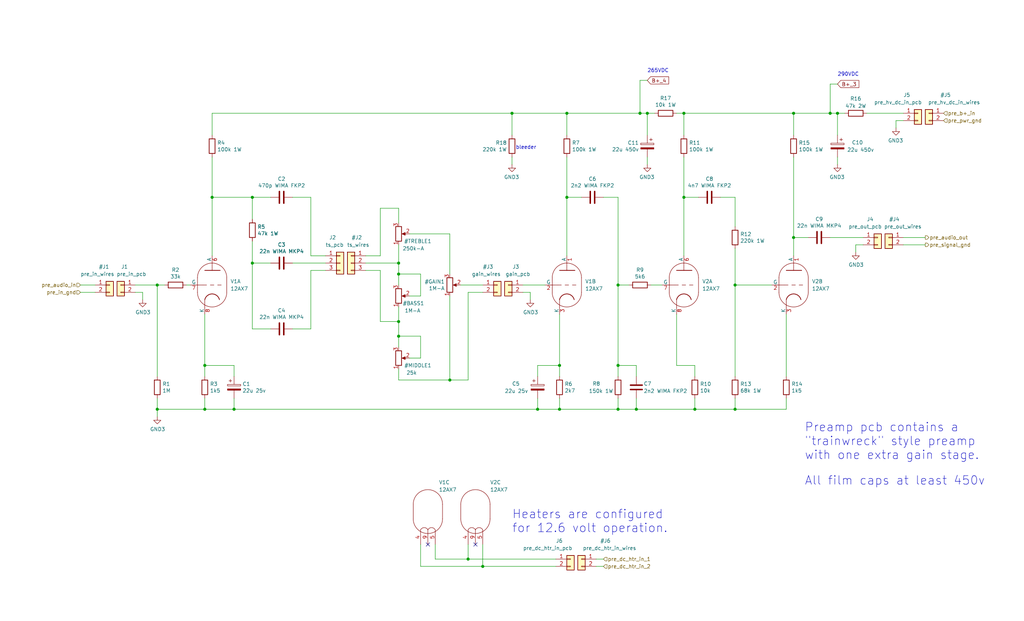
<source format=kicad_sch>
(kicad_sch (version 20211123) (generator eeschema)
  (paper "USLegal")
  (title_block (title "It is the Champion") (date "2022-07-16") (rev "0.1") (comment 1 "creativecommons.org/licenses/by/4.0/") (comment 2 "License: CC by 4.0") (comment 3 "Author: Jordan Aceto"))
  (lib_symbols
    (symbol "Connector_Generic:Conn_01x02" (pin_names (offset 1.016) hide)
      (property "Reference" "J" (at 0 2.54 0))
      (property "Value" "Conn_01x02" (at 0 -5.08 0))
      (symbol "Conn_01x02_1_1"
        (rectangle (start -1.27 -2.413) (end 0 -2.667) (stroke (width 0.1524)))
        (rectangle (start -1.27 0.127) (end 0 -0.127) (stroke (width 0.1524)))
        (rectangle (start -1.27 1.27) (end 1.27 -3.81) (stroke (width 0.254)) (fill (type background)))
        (pin passive line (at -5.08 0 0) (length 3.81) (name "Pin_1") (number "1"))
        (pin passive line (at -5.08 -2.54 0) (length 3.81) (name "Pin_2") (number "2"))
      )
    )
    (symbol "Connector_Generic:Conn_01x03" (pin_names (offset 1.016) hide)
      (property "Reference" "J" (at 0 5.08 0))
      (property "Value" "Conn_01x03" (at 0 -5.08 0))
      (symbol "Conn_01x03_1_1"
        (rectangle (start -1.27 -2.413) (end 0 -2.667) (stroke (width 0.1524)))
        (rectangle (start -1.27 0.127) (end 0 -0.127) (stroke (width 0.1524)))
        (rectangle (start -1.27 2.667) (end 0 2.413) (stroke (width 0.1524)))
        (rectangle (start -1.27 3.81) (end 1.27 -3.81) (stroke (width 0.254)) (fill (type background)))
        (pin passive line (at -5.08 2.54 0) (length 3.81) (name "Pin_1") (number "1"))
        (pin passive line (at -5.08 0 0) (length 3.81) (name "Pin_2") (number "2"))
        (pin passive line (at -5.08 -2.54 0) (length 3.81) (name "Pin_3") (number "3"))
      )
    )
    (symbol "Device:C" (pin_numbers hide) (pin_names (offset 0.254))
      (property "Reference" "C" (at 0.635 2.54 0))
      (property "Value" "C" (at 0.635 -2.54 0))
      (symbol "C_0_1"
        (polyline (pts (xy -2.032 -0.762) (xy 2.032 -0.762)) (stroke (width 0.508)))
        (polyline (pts (xy -2.032 0.762) (xy 2.032 0.762)) (stroke (width 0.508)))
      )
      (symbol "C_1_1"
        (pin passive line (at 0 3.81 270) (length 2.794) (name "~") (number "1"))
        (pin passive line (at 0 -3.81 90) (length 2.794) (name "~") (number "2"))
      )
    )
    (symbol "Device:C_Polarized" (pin_numbers hide) (pin_names (offset 0.254))
      (property "Reference" "C" (at 0.635 2.54 0))
      (property "Value" "C_Polarized" (at 0.635 -2.54 0))
      (symbol "C_Polarized_0_1"
        (rectangle (start -2.286 0.508) (end 2.286 1.016))
        (polyline (pts (xy -1.778 2.286) (xy -0.762 2.286)))
        (polyline (pts (xy -1.27 2.794) (xy -1.27 1.778)))
        (rectangle (start 2.286 -0.508) (end -2.286 -1.016) (fill (type outline)))
      )
      (symbol "C_Polarized_1_1"
        (pin passive line (at 0 3.81 270) (length 2.794) (name "~") (number "1"))
        (pin passive line (at 0 -3.81 90) (length 2.794) (name "~") (number "2"))
      )
    )
    (symbol "Device:R" (pin_numbers hide) (pin_names (offset 0))
      (property "Reference" "R" (at 2.032 0 90))
      (property "Value" "R" (at 0 0 90))
      (symbol "R_0_1"
        (rectangle (start -1.016 -2.54) (end 1.016 2.54) (stroke (width 0.254)))
      )
      (symbol "R_1_1"
        (pin passive line (at 0 3.81 270) (length 1.27) (name "~") (number "1"))
        (pin passive line (at 0 -3.81 90) (length 1.27) (name "~") (number "2"))
      )
    )
    (symbol "Device:R_Potentiometer" (pin_names (offset 1.016) hide)
      (property "Reference" "RV" (at -4.445 0 90))
      (property "Value" "R_Potentiometer" (at -2.54 0 90))
      (symbol "R_Potentiometer_0_1"
        (polyline (pts (xy 2.54 0) (xy 1.524 0)))
        (polyline (pts (xy 1.143 0) (xy 2.286 0.508) (xy 2.286 -0.508) (xy 1.143 0)) (fill (type outline)))
        (rectangle (start 1.016 2.54) (end -1.016 -2.54) (stroke (width 0.254)))
      )
      (symbol "R_Potentiometer_1_1"
        (pin passive line (at 0 3.81 270) (length 1.27) (name "1") (number "1"))
        (pin passive line (at 3.81 0 180) (length 1.27) (name "2") (number "2"))
        (pin passive line (at 0 -3.81 90) (length 1.27) (name "3") (number "3"))
      )
    )
    (symbol "custom_symbols:12AX7" (pin_names (offset 0))
      (property "Reference" "V" (at 3.302 7.874 0))
      (property "Value" "12AX7" (at 8.89 -7.62 0))
      (symbol "12AX7_0_1"
        (arc (start -5.08 -2.54) (mid 0 -7.62) (end 5.08 -2.54))
        (polyline (pts (xy 5.08 2.54) (xy 5.08 -2.54)))
        (polyline (pts (xy -5.08 2.54) (xy -5.08 -2.54) (xy -5.08 -2.54)))
        (arc (start 5.08 2.54) (mid 0 7.62) (end -5.08 2.54))
      )
      (symbol "12AX7_1_0"
        (polyline (pts (xy -2.54 -5.08) (xy -2.54 -7.62)))
        (polyline (pts (xy 0 5.08) (xy 0 7.62)))
      )
      (symbol "12AX7_1_1"
        (polyline (pts (xy -5.08 0) (xy -3.175 0)))
        (polyline (pts (xy -1.905 0) (xy -3.175 0)) (stroke (width 0.1524)))
        (polyline (pts (xy -0.635 0) (xy 0.635 0)) (stroke (width 0.1524)))
        (polyline (pts (xy 1.905 0) (xy 3.175 0)) (stroke (width 0.1524)))
        (polyline (pts (xy -2.54 5.08) (xy 2.794 5.08) (xy 2.794 5.08)) (stroke (width 0.254)))
        (arc (start 2.54 -5.08) (mid 0 -3.0968) (end -2.54 -5.08) (stroke (width 0.254)))
        (pin output line (at 0 10.16 270) (length 2.54) (name "A") (number "6"))
        (pin input line (at -7.62 0 0) (length 2.54) (name "G") (number "7"))
        (pin bidirectional line (at -2.54 -10.16 90) (length 2.54) (name "K") (number "8"))
      )
      (symbol "12AX7_2_0"
        (polyline (pts (xy -2.54 -5.08) (xy -2.54 -7.62)))
        (polyline (pts (xy 0 5.08) (xy 0 7.62)))
      )
      (symbol "12AX7_2_1"
        (polyline (pts (xy -5.08 0) (xy -3.175 0)))
        (polyline (pts (xy -1.905 0) (xy -3.175 0)) (stroke (width 0.1524)))
        (polyline (pts (xy -0.635 0) (xy 0.635 0)) (stroke (width 0.1524)))
        (polyline (pts (xy 1.905 0) (xy 3.175 0)) (stroke (width 0.1524)))
        (polyline (pts (xy -2.54 5.08) (xy 2.794 5.08) (xy 2.794 5.08)) (stroke (width 0.254)))
        (arc (start 2.54 -5.08) (mid 0 -3.0968) (end -2.54 -5.08) (stroke (width 0.254)))
        (pin output line (at 0 10.16 270) (length 2.54) (name "A") (number "1"))
        (pin input line (at -7.62 0 0) (length 2.54) (name "G") (number "2"))
        (pin bidirectional line (at -2.54 -10.16 90) (length 2.54) (name "K") (number "3"))
      )
      (symbol "12AX7_3_1"
        (arc (start 0 -6.35) (mid -1.27 -5.5651) (end -2.54 -6.35))
        (arc (start 2.54 -6.35) (mid 1.27 -5.5651) (end 0 -6.35))
        (pin power_in line (at -2.54 -11.43 90) (length 5.08) (name "~") (number "4"))
        (pin power_in line (at 2.54 -11.43 90) (length 5.08) (name "~") (number "5"))
        (pin power_in line (at 0 -11.43 90) (length 5.08) (name "~") (number "9"))
      )
    )
    (symbol "power:GND3" (power) (pin_names (offset 0))
      (property "Value" "GND3" (at 0 -3.81 0))
      (symbol "GND3_0_1"
        (polyline (pts (xy 0 0) (xy 0 -1.27) (xy 1.27 -1.27) (xy 0 -2.54) (xy -1.27 -1.27) (xy 0 -1.27)))
      )
      (symbol "GND3_1_1"
        (pin power_in line (at 0 0 270) (length 0) hide (name "GND3") (number "1"))
      )
    )
  )
  (junction (at 73.66 68.58))
  (junction (at 167.64 196.85))
  (junction (at 156.21 132.08))
  (junction (at 54.61 99.06))
  (junction (at 275.59 82.55))
  (junction (at 81.28 142.24))
  (junction (at 255.27 142.24))
  (junction (at 196.85 39.37))
  (junction (at 237.49 68.58))
  (junction (at 177.8 39.37))
  (junction (at 138.43 111.76))
  (junction (at 222.25 39.37))
  (junction (at 138.43 95.25))
  (junction (at 186.69 142.24))
  (junction (at 71.12 142.24))
  (junction (at 214.63 142.24))
  (junction (at 87.63 91.44))
  (junction (at 224.79 39.37))
  (junction (at 237.49 39.37))
  (junction (at 288.29 39.37))
  (junction (at 54.61 142.24))
  (junction (at 290.83 39.37))
  (junction (at 220.98 142.24))
  (junction (at 275.59 39.37))
  (junction (at 162.56 194.31))
  (junction (at 71.12 127))
  (junction (at 196.85 68.58))
  (junction (at 194.31 142.24))
  (junction (at 138.43 91.44))
  (junction (at 214.63 99.06))
  (junction (at 255.27 99.06))
  (junction (at 194.31 127))
  (junction (at 214.63 127))
  (junction (at 87.63 68.58))
  (junction (at 241.3 142.24))
  (junction (at 138.43 116.84))
  (no_connect (at 148.59 189.23))
  (no_connect (at 165.1 189.23))
  (wire (pts (xy 107.95 68.58) (xy 101.6 68.58)))
  (wire (pts (xy 220.98 142.24) (xy 241.3 142.24)))
  (wire (pts (xy 207.01 196.85) (xy 209.55 196.85)))
  (wire (pts (xy 273.05 130.81) (xy 273.05 109.22)))
  (wire (pts (xy 146.05 124.46) (xy 146.05 116.84)))
  (wire (pts (xy 146.05 196.85) (xy 167.64 196.85)))
  (wire (pts (xy 73.66 39.37) (xy 73.66 46.99)))
  (wire (pts (xy 297.18 85.09) (xy 297.18 87.63)))
  (wire (pts (xy 71.12 142.24) (xy 81.28 142.24)))
  (wire (pts (xy 162.56 189.23) (xy 162.56 194.31)))
  (wire (pts (xy 214.63 99.06) (xy 214.63 68.58)))
  (wire (pts (xy 234.95 39.37) (xy 237.49 39.37)))
  (wire (pts (xy 321.31 85.09) (xy 313.69 85.09)))
  (wire (pts (xy 167.64 196.85) (xy 193.04 196.85)))
  (wire (pts (xy 237.49 54.61) (xy 237.49 68.58)))
  (wire (pts (xy 73.66 68.58) (xy 73.66 88.9)))
  (wire (pts (xy 138.43 106.68) (xy 138.43 111.76)))
  (wire (pts (xy 214.63 127) (xy 214.63 99.06)))
  (wire (pts (xy 146.05 196.85) (xy 146.05 189.23)))
  (wire (pts (xy 87.63 91.44) (xy 87.63 114.3)))
  (wire (pts (xy 214.63 138.43) (xy 214.63 142.24)))
  (wire (pts (xy 49.53 101.6) (xy 46.99 101.6)))
  (wire (pts (xy 87.63 68.58) (xy 87.63 76.2)))
  (wire (pts (xy 54.61 144.78) (xy 54.61 142.24)))
  (wire (pts (xy 275.59 39.37) (xy 288.29 39.37)))
  (wire (pts (xy 194.31 109.22) (xy 194.31 127)))
  (wire (pts (xy 311.15 41.91) (xy 311.15 44.45)))
  (wire (pts (xy 132.08 93.98) (xy 127 93.98)))
  (wire (pts (xy 132.08 111.76) (xy 132.08 93.98)))
  (wire (pts (xy 177.8 57.15) (xy 177.8 54.61)))
  (wire (pts (xy 46.99 99.06) (xy 54.61 99.06)))
  (wire (pts (xy 255.27 99.06) (xy 267.97 99.06)))
  (wire (pts (xy 275.59 82.55) (xy 275.59 54.61)))
  (wire (pts (xy 146.05 102.87) (xy 146.05 95.25)))
  (wire (pts (xy 290.83 29.21) (xy 288.29 29.21)))
  (wire (pts (xy 196.85 54.61) (xy 196.85 68.58)))
  (wire (pts (xy 311.15 41.91) (xy 313.69 41.91)))
  (wire (pts (xy 81.28 130.81) (xy 81.28 127)))
  (wire (pts (xy 237.49 39.37) (xy 237.49 46.99)))
  (wire (pts (xy 132.08 72.39) (xy 138.43 72.39)))
  (wire (pts (xy 255.27 78.74) (xy 255.27 68.58)))
  (wire (pts (xy 275.59 88.9) (xy 275.59 82.55)))
  (wire (pts (xy 290.83 57.15) (xy 290.83 54.61)))
  (wire (pts (xy 241.3 127) (xy 241.3 130.81)))
  (wire (pts (xy 218.44 99.06) (xy 214.63 99.06)))
  (wire (pts (xy 321.31 82.55) (xy 313.69 82.55)))
  (wire (pts (xy 196.85 39.37) (xy 196.85 46.99)))
  (wire (pts (xy 214.63 142.24) (xy 220.98 142.24)))
  (wire (pts (xy 113.03 91.44) (xy 101.6 91.44)))
  (wire (pts (xy 220.98 127) (xy 214.63 127)))
  (wire (pts (xy 138.43 111.76) (xy 132.08 111.76)))
  (wire (pts (xy 162.56 101.6) (xy 162.56 132.08)))
  (wire (pts (xy 177.8 39.37) (xy 196.85 39.37)))
  (wire (pts (xy 151.13 194.31) (xy 162.56 194.31)))
  (wire (pts (xy 81.28 142.24) (xy 186.69 142.24)))
  (wire (pts (xy 81.28 142.24) (xy 81.28 138.43)))
  (wire (pts (xy 255.27 142.24) (xy 273.05 142.24)))
  (wire (pts (xy 156.21 95.25) (xy 156.21 81.28)))
  (wire (pts (xy 54.61 138.43) (xy 54.61 142.24)))
  (wire (pts (xy 138.43 91.44) (xy 138.43 95.25)))
  (wire (pts (xy 242.57 68.58) (xy 237.49 68.58)))
  (wire (pts (xy 127 88.9) (xy 132.08 88.9)))
  (wire (pts (xy 177.8 46.99) (xy 177.8 39.37)))
  (wire (pts (xy 255.27 86.36) (xy 255.27 99.06)))
  (wire (pts (xy 181.61 99.06) (xy 189.23 99.06)))
  (wire (pts (xy 107.95 93.98) (xy 113.03 93.98)))
  (wire (pts (xy 186.69 130.81) (xy 186.69 127)))
  (wire (pts (xy 27.94 99.06) (xy 33.02 99.06)))
  (wire (pts (xy 226.06 99.06) (xy 229.87 99.06)))
  (wire (pts (xy 71.12 127) (xy 71.12 130.81)))
  (wire (pts (xy 71.12 127) (xy 71.12 109.22)))
  (wire (pts (xy 237.49 68.58) (xy 237.49 88.9)))
  (wire (pts (xy 64.77 99.06) (xy 66.04 99.06)))
  (wire (pts (xy 273.05 142.24) (xy 273.05 138.43)))
  (wire (pts (xy 186.69 127) (xy 194.31 127)))
  (wire (pts (xy 107.95 114.3) (xy 107.95 93.98)))
  (wire (pts (xy 138.43 77.47) (xy 138.43 72.39)))
  (wire (pts (xy 160.02 99.06) (xy 167.64 99.06)))
  (wire (pts (xy 288.29 39.37) (xy 290.83 39.37)))
  (wire (pts (xy 162.56 101.6) (xy 167.64 101.6)))
  (wire (pts (xy 138.43 132.08) (xy 156.21 132.08)))
  (wire (pts (xy 186.69 138.43) (xy 186.69 142.24)))
  (wire (pts (xy 280.67 82.55) (xy 275.59 82.55)))
  (wire (pts (xy 184.15 101.6) (xy 181.61 101.6)))
  (wire (pts (xy 138.43 111.76) (xy 138.43 116.84)))
  (wire (pts (xy 214.63 68.58) (xy 209.55 68.58)))
  (wire (pts (xy 237.49 39.37) (xy 275.59 39.37)))
  (wire (pts (xy 142.24 102.87) (xy 146.05 102.87)))
  (wire (pts (xy 184.15 104.14) (xy 184.15 101.6)))
  (wire (pts (xy 255.27 142.24) (xy 255.27 138.43)))
  (wire (pts (xy 250.19 68.58) (xy 255.27 68.58)))
  (wire (pts (xy 290.83 46.99) (xy 290.83 39.37)))
  (wire (pts (xy 299.72 85.09) (xy 297.18 85.09)))
  (wire (pts (xy 207.01 194.31) (xy 209.55 194.31)))
  (wire (pts (xy 201.93 68.58) (xy 196.85 68.58)))
  (wire (pts (xy 27.94 101.6) (xy 33.02 101.6)))
  (wire (pts (xy 241.3 142.24) (xy 255.27 142.24)))
  (wire (pts (xy 54.61 142.24) (xy 71.12 142.24)))
  (wire (pts (xy 93.98 68.58) (xy 87.63 68.58)))
  (wire (pts (xy 293.37 39.37) (xy 290.83 39.37)))
  (wire (pts (xy 194.31 142.24) (xy 194.31 138.43)))
  (wire (pts (xy 156.21 81.28) (xy 142.24 81.28)))
  (wire (pts (xy 132.08 88.9) (xy 132.08 72.39)))
  (wire (pts (xy 196.85 68.58) (xy 196.85 88.9)))
  (wire (pts (xy 138.43 85.09) (xy 138.43 91.44)))
  (wire (pts (xy 107.95 88.9) (xy 107.95 68.58)))
  (wire (pts (xy 127 91.44) (xy 138.43 91.44)))
  (wire (pts (xy 241.3 142.24) (xy 241.3 138.43)))
  (wire (pts (xy 101.6 114.3) (xy 107.95 114.3)))
  (wire (pts (xy 146.05 116.84) (xy 138.43 116.84)))
  (wire (pts (xy 288.29 82.55) (xy 299.72 82.55)))
  (wire (pts (xy 196.85 39.37) (xy 222.25 39.37)))
  (wire (pts (xy 49.53 104.14) (xy 49.53 101.6)))
  (wire (pts (xy 87.63 68.58) (xy 73.66 68.58)))
  (wire (pts (xy 186.69 142.24) (xy 194.31 142.24)))
  (wire (pts (xy 142.24 124.46) (xy 146.05 124.46)))
  (wire (pts (xy 220.98 130.81) (xy 220.98 127)))
  (wire (pts (xy 87.63 114.3) (xy 93.98 114.3)))
  (wire (pts (xy 138.43 120.65) (xy 138.43 116.84)))
  (wire (pts (xy 167.64 189.23) (xy 167.64 196.85)))
  (wire (pts (xy 224.79 27.94) (xy 222.25 27.94)))
  (wire (pts (xy 151.13 194.31) (xy 151.13 189.23)))
  (wire (pts (xy 275.59 39.37) (xy 275.59 46.99)))
  (wire (pts (xy 138.43 132.08) (xy 138.43 128.27)))
  (wire (pts (xy 71.12 138.43) (xy 71.12 142.24)))
  (wire (pts (xy 224.79 39.37) (xy 222.25 39.37)))
  (wire (pts (xy 81.28 127) (xy 71.12 127)))
  (wire (pts (xy 288.29 29.21) (xy 288.29 39.37)))
  (wire (pts (xy 87.63 91.44) (xy 87.63 83.82)))
  (wire (pts (xy 224.79 57.15) (xy 224.79 54.61)))
  (wire (pts (xy 156.21 132.08) (xy 156.21 102.87)))
  (wire (pts (xy 313.69 39.37) (xy 300.99 39.37)))
  (wire (pts (xy 220.98 138.43) (xy 220.98 142.24)))
  (wire (pts (xy 222.25 27.94) (xy 222.25 39.37)))
  (wire (pts (xy 73.66 39.37) (xy 177.8 39.37)))
  (wire (pts (xy 162.56 194.31) (xy 193.04 194.31)))
  (wire (pts (xy 113.03 88.9) (xy 107.95 88.9)))
  (wire (pts (xy 162.56 132.08) (xy 156.21 132.08)))
  (wire (pts (xy 234.95 127) (xy 241.3 127)))
  (wire (pts (xy 227.33 39.37) (xy 224.79 39.37)))
  (wire (pts (xy 54.61 130.81) (xy 54.61 99.06)))
  (wire (pts (xy 234.95 109.22) (xy 234.95 127)))
  (wire (pts (xy 146.05 95.25) (xy 138.43 95.25)))
  (wire (pts (xy 214.63 130.81) (xy 214.63 127)))
  (wire (pts (xy 224.79 46.99) (xy 224.79 39.37)))
  (wire (pts (xy 194.31 127) (xy 194.31 130.81)))
  (wire (pts (xy 54.61 99.06) (xy 57.15 99.06)))
  (wire (pts (xy 73.66 54.61) (xy 73.66 68.58)))
  (wire (pts (xy 93.98 91.44) (xy 87.63 91.44)))
  (wire (pts (xy 138.43 99.06) (xy 138.43 95.25)))
  (wire (pts (xy 194.31 142.24) (xy 214.63 142.24)))
  (wire (pts (xy 255.27 130.81) (xy 255.27 99.06)))
  (text "Preamp pcb contains a\n\"trainwreck\" style preamp\nwith one extra gain stage." (at 279.4 160.02 0) (effects (font (size 2.9972 2.9972)) (justify left bottom)))
  (text "bleeder" (at 179.07 52.07 0) (effects (font (size 1.27 1.27)) (justify left bottom)))
  (text "Heaters are configured\nfor 12.6 volt operation." (at 177.8 185.42 0) (effects (font (size 2.9972 2.9972)) (justify left bottom)))
  (text "290VDC" (at 290.83 26.67 0) (effects (font (size 1.27 1.27)) (justify left bottom)))
  (text "265VDC" (at 224.79 25.4 0) (effects (font (size 1.27 1.27)) (justify left bottom)))
  (text "All film caps at least 450v" (at 279.4 168.91 0) (effects (font (size 2.9972 2.9972)) (justify left bottom)))
  (global_label "B+_3" (shape input) (at 290.83 29.21 0) (property "Intersheet References" "${INTERSHEET_REFS}" (effects hide)))
  (global_label "B+_4" (shape input) (at 224.79 27.94 0) (property "Intersheet References" "${INTERSHEET_REFS}" (effects hide)))
  (hierarchical_label "pre_audio_out" (shape output) (at 321.31 82.55 0))
  (hierarchical_label "pre_dc_htr_in_2" (shape input) (at 209.55 196.85 0))
  (hierarchical_label "pre_b+_in" (shape input) (at 327.66 39.37 0))
  (hierarchical_label "pre_signal_gnd" (shape output) (at 321.31 85.09 0))
  (hierarchical_label "pre_dc_htr_in_1" (shape input) (at 209.55 194.31 0))
  (hierarchical_label "pre_in_gnd" (shape input) (at 27.94 101.6 180))
  (hierarchical_label "pre_pwr_gnd" (shape input) (at 327.66 41.91 0))
  (hierarchical_label "pre_audio_in" (shape input) (at 27.94 99.06 180))
  (symbol (lib_id "Device:R") (at 73.66 50.8 0) (unit 1)
    (property "Reference" "R4" (at 75.438 49.6316 0) (effects (justify left)))
    (property "Value" "100k 1W" (at 75.438 51.943 0) (effects (justify left)))
    (property "Footprint" "Resistor_THT:R_Axial_DIN0414_L11.9mm_D4.5mm_P20.32mm_Horizontal" (effects hide))
  )
  (symbol (lib_id "Device:R") (at 71.12 134.62 0) (unit 1)
    (property "Reference" "R3" (at 72.898 133.4516 0) (effects (justify left)))
    (property "Value" "1k5" (at 72.898 135.763 0) (effects (justify left)))
    (property "Footprint" "Resistor_THT:R_Axial_DIN0207_L6.3mm_D2.5mm_P10.16mm_Horizontal" (effects hide))
  )
  (symbol (lib_id "Device:C_Polarized") (at 81.28 134.62 0) (unit 1)
    (property "Reference" "C1" (at 84.201 133.4516 0) (effects (justify left)))
    (property "Value" "22u 25v" (at 84.201 135.763 0) (effects (justify left)))
    (property "Footprint" "Capacitor_THT:CP_Radial_D6.3mm_P2.50mm" (effects hide))
  )
  (symbol (lib_id "Device:R") (at 60.96 99.06 270) (unit 1)
    (property "Reference" "R2" (at 60.96 93.8022 90))
    (property "Value" "33k" (at 60.96 96.1136 90))
    (property "Footprint" "Resistor_THT:R_Axial_DIN0207_L6.3mm_D2.5mm_P10.16mm_Horizontal" (effects hide))
  )
  (symbol (lib_id "Device:R") (at 54.61 134.62 0) (unit 1)
    (property "Reference" "R1" (at 56.388 133.4516 0) (effects (justify left)))
    (property "Value" "1M" (at 56.388 135.763 0) (effects (justify left)))
    (property "Footprint" "Resistor_THT:R_Axial_DIN0207_L6.3mm_D2.5mm_P10.16mm_Horizontal" (effects hide))
  )
  (symbol (lib_id "Device:C") (at 97.79 68.58 270) (unit 1)
    (property "Reference" "C2" (at 97.79 62.1792 90))
    (property "Value" "470p WIMA FKP2" (at 97.79 64.4906 90))
    (property "Footprint" "Capacitor_THT:C_Rect_L7.2mm_W4.5mm_P5.00mm_FKS2_FKP2_MKS2_MKP2" (effects hide))
  )
  (symbol (lib_id "Device:C") (at 97.79 91.44 270) (unit 1)
    (property "Reference" "C3" (at 97.79 85.0392 90))
    (property "Value" "22n WIMA MKP4" (at 97.79 87.3506 90))
    (property "Footprint" "Capacitor_THT:C_Rect_L13.0mm_W4.0mm_P10.00mm_FKS3_FKP3_MKS4" (effects hide))
  )
  (symbol (lib_id "Device:C") (at 97.79 114.3 270) (unit 1)
    (property "Reference" "C4" (at 97.79 107.8992 90))
    (property "Value" "22n WIMA MKP4" (at 97.79 110.2106 90))
    (property "Footprint" "Capacitor_THT:C_Rect_L13.0mm_W4.0mm_P10.00mm_FKS3_FKP3_MKS4" (effects hide))
  )
  (symbol (lib_id "Device:R") (at 87.63 80.01 0) (unit 1)
    (property "Reference" "R5" (at 89.408 78.8416 0) (effects (justify left)))
    (property "Value" "47k 1W" (at 89.408 81.153 0) (effects (justify left)))
    (property "Footprint" "Resistor_THT:R_Axial_DIN0414_L11.9mm_D4.5mm_P20.32mm_Horizontal" (effects hide))
  )
  (symbol (lib_id "Device:R_Potentiometer") (at 138.43 81.28 0) (mirror x) (unit 1)
    (property "Reference" "#TREBLE1" (at 149.86 83.82 0) (effects (justify right)))
    (property "Value" "250k-A" (at 147.32 86.36 0) (effects (justify right)))
  )
  (symbol (lib_id "Device:R_Potentiometer") (at 138.43 102.87 0) (mirror x) (unit 1)
    (property "Reference" "#BASS1" (at 147.32 105.41 0) (effects (justify right)))
    (property "Value" "1M-A" (at 146.05 107.95 0) (effects (justify right)))
  )
  (symbol (lib_id "Device:R_Potentiometer") (at 138.43 124.46 0) (mirror x) (unit 1)
    (property "Reference" "#MIDDLE1" (at 149.86 127 0) (effects (justify right)))
    (property "Value" "25k" (at 144.78 129.54 0) (effects (justify right)))
  )
  (symbol (lib_id "Device:R_Potentiometer") (at 156.21 99.06 0) (mirror x) (unit 1)
    (property "Reference" "#GAIN1" (at 154.432 97.8916 0) (effects (justify right)))
    (property "Value" "1M-A" (at 154.432 100.203 0) (effects (justify right)))
  )
  (symbol (lib_id "Device:R") (at 196.85 50.8 0) (unit 1)
    (property "Reference" "R7" (at 198.628 49.6316 0) (effects (justify left)))
    (property "Value" "100k 1W" (at 198.628 51.943 0) (effects (justify left)))
    (property "Footprint" "Resistor_THT:R_Axial_DIN0414_L11.9mm_D4.5mm_P20.32mm_Horizontal" (effects hide))
  )
  (symbol (lib_id "Device:R") (at 237.49 50.8 0) (unit 1)
    (property "Reference" "R11" (at 239.268 49.6316 0) (effects (justify left)))
    (property "Value" "100k 1W" (at 239.268 51.943 0) (effects (justify left)))
    (property "Footprint" "Resistor_THT:R_Axial_DIN0414_L11.9mm_D4.5mm_P20.32mm_Horizontal" (effects hide))
  )
  (symbol (lib_id "Device:C") (at 205.74 68.58 270) (unit 1)
    (property "Reference" "C6" (at 205.74 62.1792 90))
    (property "Value" "2n2 WIMA FKP2" (at 205.74 64.4906 90))
    (property "Footprint" "Capacitor_THT:C_Rect_L7.2mm_W5.5mm_P5.00mm_FKS2_FKP2_MKS2_MKP2" (effects hide))
  )
  (symbol (lib_id "Device:R") (at 194.31 134.62 0) (unit 1)
    (property "Reference" "R6" (at 196.088 133.4516 0) (effects (justify left)))
    (property "Value" "2k7" (at 196.088 135.763 0) (effects (justify left)))
    (property "Footprint" "Resistor_THT:R_Axial_DIN0207_L6.3mm_D2.5mm_P10.16mm_Horizontal" (effects hide))
  )
  (symbol (lib_id "Device:R") (at 241.3 134.62 0) (unit 1)
    (property "Reference" "R10" (at 243.078 133.4516 0) (effects (justify left)))
    (property "Value" "10k" (at 243.078 135.763 0) (effects (justify left)))
    (property "Footprint" "Resistor_THT:R_Axial_DIN0207_L6.3mm_D2.5mm_P10.16mm_Horizontal" (effects hide))
  )
  (symbol (lib_id "Device:R") (at 214.63 134.62 0) (unit 1)
    (property "Reference" "R8" (at 205.74 133.35 0) (effects (justify left)))
    (property "Value" "150k 1W" (at 204.47 135.89 0) (effects (justify left)))
    (property "Footprint" "Resistor_THT:R_Axial_DIN0414_L11.9mm_D4.5mm_P20.32mm_Horizontal" (effects hide))
  )
  (symbol (lib_id "Device:C") (at 220.98 134.62 0) (unit 1)
    (property "Reference" "C7" (at 223.52 133.35 0) (effects (justify left)))
    (property "Value" "2n2 WIMA FKP2" (at 223.52 135.89 0) (effects (justify left)))
    (property "Footprint" "Capacitor_THT:C_Rect_L7.2mm_W5.5mm_P5.00mm_FKS2_FKP2_MKS2_MKP2" (effects hide))
  )
  (symbol (lib_id "Device:R") (at 222.25 99.06 270) (unit 1)
    (property "Reference" "R9" (at 222.25 93.8022 90))
    (property "Value" "5k6" (at 222.25 96.1136 90))
    (property "Footprint" "Resistor_THT:R_Axial_DIN0207_L6.3mm_D2.5mm_P10.16mm_Horizontal" (effects hide))
  )
  (symbol (lib_id "Device:C") (at 246.38 68.58 270) (unit 1)
    (property "Reference" "C8" (at 246.38 62.1792 90))
    (property "Value" "4n7 WIMA FKP2" (at 246.38 64.4906 90))
    (property "Footprint" "Capacitor_THT:C_Rect_L7.2mm_W7.2mm_P5.00mm_FKS2_FKP2_MKS2_MKP2" (effects hide))
  )
  (symbol (lib_id "Device:R") (at 255.27 134.62 0) (unit 1)
    (property "Reference" "R13" (at 257.048 133.4516 0) (effects (justify left)))
    (property "Value" "68k 1W" (at 257.048 135.763 0) (effects (justify left)))
    (property "Footprint" "Resistor_THT:R_Axial_DIN0414_L11.9mm_D4.5mm_P20.32mm_Horizontal" (effects hide))
  )
  (symbol (lib_id "Device:R") (at 273.05 134.62 0) (unit 1)
    (property "Reference" "R14" (at 274.828 133.4516 0) (effects (justify left)))
    (property "Value" "1k5" (at 274.828 135.763 0) (effects (justify left)))
    (property "Footprint" "Resistor_THT:R_Axial_DIN0207_L6.3mm_D2.5mm_P10.16mm_Horizontal" (effects hide))
  )
  (symbol (lib_id "Device:C") (at 284.48 82.55 270) (unit 1)
    (property "Reference" "C9" (at 284.48 76.1492 90))
    (property "Value" "22n WIMA MKP4" (at 284.48 78.4606 90))
    (property "Footprint" "Capacitor_THT:C_Rect_L13.0mm_W4.0mm_P10.00mm_FKS3_FKP3_MKS4" (effects hide))
  )
  (symbol (lib_id "Device:R") (at 275.59 50.8 0) (unit 1)
    (property "Reference" "R15" (at 277.368 49.6316 0) (effects (justify left)))
    (property "Value" "100k 1W" (at 277.368 51.943 0) (effects (justify left)))
    (property "Footprint" "Resistor_THT:R_Axial_DIN0414_L11.9mm_D4.5mm_P20.32mm_Horizontal" (effects hide))
  )
  (symbol (lib_id "Device:C_Polarized") (at 186.69 134.62 0) (unit 1)
    (property "Reference" "C5" (at 177.8 133.35 0) (effects (justify left)))
    (property "Value" "22u 25v" (at 175.26 135.89 0) (effects (justify left)))
    (property "Footprint" "Capacitor_THT:CP_Radial_D6.3mm_P2.50mm" (effects hide))
  )
  (symbol (lib_id "Device:R") (at 255.27 82.55 0) (unit 1)
    (property "Reference" "R12" (at 257.048 81.3816 0) (effects (justify left)))
    (property "Value" "220k 1W" (at 257.048 83.693 0) (effects (justify left)))
    (property "Footprint" "Resistor_THT:R_Axial_DIN0414_L11.9mm_D4.5mm_P20.32mm_Horizontal" (effects hide))
  )
  (symbol (lib_id "Connector_Generic:Conn_01x02") (at 172.72 99.06 0) (unit 1)
    (property "Reference" "#J3" (at 167.64 92.71 0) (effects (justify left)))
    (property "Value" "gain_wires" (at 163.83 95.25 0) (effects (justify left)))
  )
  (symbol (lib_id "Connector_Generic:Conn_01x02") (at 176.53 99.06 0) (mirror y) (unit 1) (in_bom no)
    (property "Reference" "J3" (at 180.34 92.71 0) (effects (justify left)))
    (property "Value" "gain_pcb" (at 184.15 95.25 0) (effects (justify left)))
    (property "Footprint" "custom_footprints:signal_wire_connector_2" (effects hide))
  )
  (symbol (lib_id "Connector_Generic:Conn_01x02") (at 198.12 194.31 0) (unit 1) (in_bom no)
    (property "Reference" "J6" (at 193.04 187.96 0) (effects (justify left)))
    (property "Value" "pre_dc_htr_in_pcb" (at 181.61 190.5 0) (effects (justify left)))
    (property "Footprint" "Connector_Wire:SolderWire-0.75sqmm_1x02_P4.8mm_D1.25mm_OD2.3mm_Relief" (effects hide))
  )
  (symbol (lib_id "Connector_Generic:Conn_01x02") (at 201.93 194.31 0) (mirror y) (unit 1)
    (property "Reference" "#J6" (at 212.09 187.96 0) (effects (justify left)))
    (property "Value" "pre_dc_htr_in_wires" (at 220.98 190.5 0) (effects (justify left)))
  )
  (symbol (lib_id "Connector_Generic:Conn_01x02") (at 41.91 99.06 0) (mirror y) (unit 1) (in_bom no)
    (property "Reference" "J1" (at 44.45 92.71 0) (effects (justify left)))
    (property "Value" "pre_in_pcb" (at 50.8 95.25 0) (effects (justify left)))
    (property "Footprint" "custom_footprints:signal_wire_connector_2" (effects hide))
  )
  (symbol (lib_id "Connector_Generic:Conn_01x02") (at 38.1 99.06 0) (unit 1)
    (property "Reference" "#J1" (at 34.29 92.71 0) (effects (justify left)))
    (property "Value" "pre_in_wires" (at 27.94 95.25 0) (effects (justify left)))
  )
  (symbol (lib_id "power:GND3") (at 49.53 104.14 0) (unit 1)
    (property "Reference" "#PWR0104" (effects hide))
    (property "Value" "GND3" (at 49.657 108.5342 0))
  )
  (symbol (lib_id "Connector_Generic:Conn_01x02") (at 304.8 82.55 0) (unit 1) (in_bom no)
    (property "Reference" "J4" (at 300.99 76.2 0) (effects (justify left)))
    (property "Value" "pre_out_pcb" (at 294.64 78.74 0) (effects (justify left)))
    (property "Footprint" "custom_footprints:signal_wire_connector_2" (effects hide))
  )
  (symbol (lib_id "Connector_Generic:Conn_01x02") (at 308.61 82.55 0) (mirror y) (unit 1)
    (property "Reference" "#J4" (at 312.42 76.2 0) (effects (justify left)))
    (property "Value" "pre_out_wires" (at 320.04 78.74 0) (effects (justify left)))
  )
  (symbol (lib_id "power:GND3") (at 297.18 87.63 0) (unit 1)
    (property "Reference" "#PWR0106" (effects hide))
    (property "Value" "GND3" (at 297.307 92.0242 0))
  )
  (symbol (lib_id "Connector_Generic:Conn_01x03") (at 118.11 91.44 0) (unit 1) (in_bom no)
    (property "Reference" "J2" (at 114.3 82.55 0) (effects (justify left)))
    (property "Value" "ts_pcb" (at 113.03 85.09 0) (effects (justify left)))
    (property "Footprint" "custom_footprints:signal_wire_connector_3" (effects hide))
  )
  (symbol (lib_id "Connector_Generic:Conn_01x03") (at 121.92 91.44 0) (mirror y) (unit 1)
    (property "Reference" "#J2" (at 125.73 82.55 0) (effects (justify left)))
    (property "Value" "ts_wires" (at 128.27 85.09 0) (effects (justify left)))
  )
  (symbol (lib_id "power:GND3") (at 54.61 144.78 0) (unit 1)
    (property "Reference" "#PWR0108" (effects hide))
    (property "Value" "GND3" (at 54.737 149.1742 0))
  )
  (symbol (lib_id "power:GND3") (at 184.15 104.14 0) (unit 1)
    (property "Reference" "#PWR0109" (effects hide))
    (property "Value" "GND3" (at 184.277 108.5342 0))
  )
  (symbol (lib_id "Connector_Generic:Conn_01x02") (at 322.58 39.37 0) (mirror y) (unit 1)
    (property "Reference" "#J5" (at 330.2 33.02 0) (effects (justify left)))
    (property "Value" "pre_hv_dc_in_wires" (at 340.36 35.56 0) (effects (justify left)))
    (property "Footprint" "Connector_Wire:SolderWire-0.75sqmm_1x02_P4.8mm_D1.25mm_OD2.3mm_Relief" (effects hide))
  )
  (symbol (lib_id "Connector_Generic:Conn_01x02") (at 318.77 39.37 0) (unit 1) (in_bom no)
    (property "Reference" "J5" (at 313.69 33.02 0) (effects (justify left)))
    (property "Value" "pre_hv_dc_in_pcb" (at 303.53 35.56 0) (effects (justify left)))
    (property "Footprint" "Connector_Wire:SolderWire-0.75sqmm_1x02_P4.8mm_D1.25mm_OD2.3mm_Relief" (effects hide))
  )
  (symbol (lib_id "Device:R") (at 297.18 39.37 270) (mirror x) (unit 1)
    (property "Reference" "R16" (at 297.18 34.29 90))
    (property "Value" "47k 2W" (at 297.18 36.83 90))
    (property "Footprint" "Resistor_THT:R_Axial_DIN0414_L11.9mm_D4.5mm_P20.32mm_Horizontal" (effects hide))
  )
  (symbol (lib_id "Device:R") (at 231.14 39.37 90) (mirror x) (unit 1)
    (property "Reference" "R17" (at 231.14 34.1122 90))
    (property "Value" "10k 1W" (at 231.14 36.4236 90))
    (property "Footprint" "Resistor_THT:R_Axial_DIN0414_L11.9mm_D4.5mm_P20.32mm_Horizontal" (effects hide))
  )
  (symbol (lib_id "Device:R") (at 177.8 50.8 0) (mirror y) (unit 1)
    (property "Reference" "R18" (at 176.022 49.6316 0) (effects (justify left)))
    (property "Value" "220k 1W" (at 176.022 51.943 0) (effects (justify left)))
    (property "Footprint" "Resistor_THT:R_Axial_DIN0414_L11.9mm_D4.5mm_P20.32mm_Horizontal" (effects hide))
  )
  (symbol (lib_id "Device:C_Polarized") (at 224.79 50.8 0) (mirror y) (unit 1)
    (property "Reference" "C11" (at 221.869 49.6316 0) (effects (justify left)))
    (property "Value" "22u 450v" (at 221.869 51.943 0) (effects (justify left)))
    (property "Footprint" "Capacitor_THT:CP_Radial_D18.0mm_P7.50mm" (effects hide))
  )
  (symbol (lib_id "Device:C_Polarized") (at 290.83 50.8 0) (mirror y) (unit 1)
    (property "Reference" "C10" (at 299.72 49.53 0) (effects (justify left)))
    (property "Value" "22u 450v" (at 303.53 52.07 0) (effects (justify left)))
    (property "Footprint" "Capacitor_THT:CP_Radial_D18.0mm_P7.50mm" (effects hide))
  )
  (symbol (lib_id "power:GND3") (at 311.15 44.45 0) (mirror y) (unit 1)
    (property "Reference" "#PWR0105" (effects hide))
    (property "Value" "GND3" (at 311.023 48.8442 0))
  )
  (symbol (lib_id "power:GND3") (at 290.83 57.15 0) (mirror y) (unit 1)
    (property "Reference" "#PWR0113" (effects hide))
    (property "Value" "GND3" (at 290.703 61.5442 0))
  )
  (symbol (lib_id "power:GND3") (at 224.79 57.15 0) (mirror y) (unit 1)
    (property "Reference" "#PWR0114" (effects hide))
    (property "Value" "GND3" (at 224.663 61.5442 0))
  )
  (symbol (lib_id "power:GND3") (at 177.8 57.15 0) (mirror y) (unit 1)
    (property "Reference" "#PWR0115" (effects hide))
    (property "Value" "GND3" (at 177.673 61.5442 0))
  )
  (symbol (lib_id "custom_symbols:12AX7") (at 73.66 99.06 0) (unit 1)
    (property "Reference" "V1" (at 80.01 97.7899 0) (effects (justify left)))
    (property "Value" "12AX7" (at 80.01 100.3299 0) (effects (justify left)))
    (property "Footprint" "custom_footprints:belton_VT9-PT-C" (effects hide))
  )
  (symbol (lib_id "custom_symbols:12AX7") (at 196.85 99.06 0) (unit 2)
    (property "Reference" "V1" (at 203.2 97.7899 0) (effects (justify left)))
    (property "Value" "12AX7" (at 203.2 100.3299 0) (effects (justify left)))
    (property "Footprint" "custom_footprints:belton_VT9-PT-C" (effects hide))
  )
  (symbol (lib_id "custom_symbols:12AX7") (at 148.59 177.8 0) (unit 3)
    (property "Reference" "V1" (at 152.4 167.64 0) (effects (justify left)))
    (property "Value" "12AX7" (at 152.4 170.18 0) (effects (justify left)))
    (property "Footprint" "custom_footprints:belton_VT9-PT-C" (effects hide))
  )
  (symbol (lib_id "custom_symbols:12AX7") (at 275.59 99.06 0) (unit 2)
    (property "Reference" "V2" (at 281.94 97.7899 0) (effects (justify left)))
    (property "Value" "12AX7" (at 281.94 100.3299 0) (effects (justify left)))
    (property "Footprint" "custom_footprints:belton_VT9-PT-C" (effects hide))
  )
  (symbol (lib_id "custom_symbols:12AX7") (at 237.49 99.06 0) (unit 1)
    (property "Reference" "V2" (at 243.84 97.7899 0) (effects (justify left)))
    (property "Value" "12AX7" (at 243.84 100.3299 0) (effects (justify left)))
    (property "Footprint" "custom_footprints:belton_VT9-PT-C" (effects hide))
  )
  (symbol (lib_id "custom_symbols:12AX7") (at 165.1 177.8 0) (unit 3)
    (property "Reference" "V2" (at 170.18 167.64 0) (effects (justify left)))
    (property "Value" "12AX7" (at 170.18 170.18 0) (effects (justify left)))
    (property "Footprint" "custom_footprints:belton_VT9-PT-C" (effects hide))
  )
)
</source>
